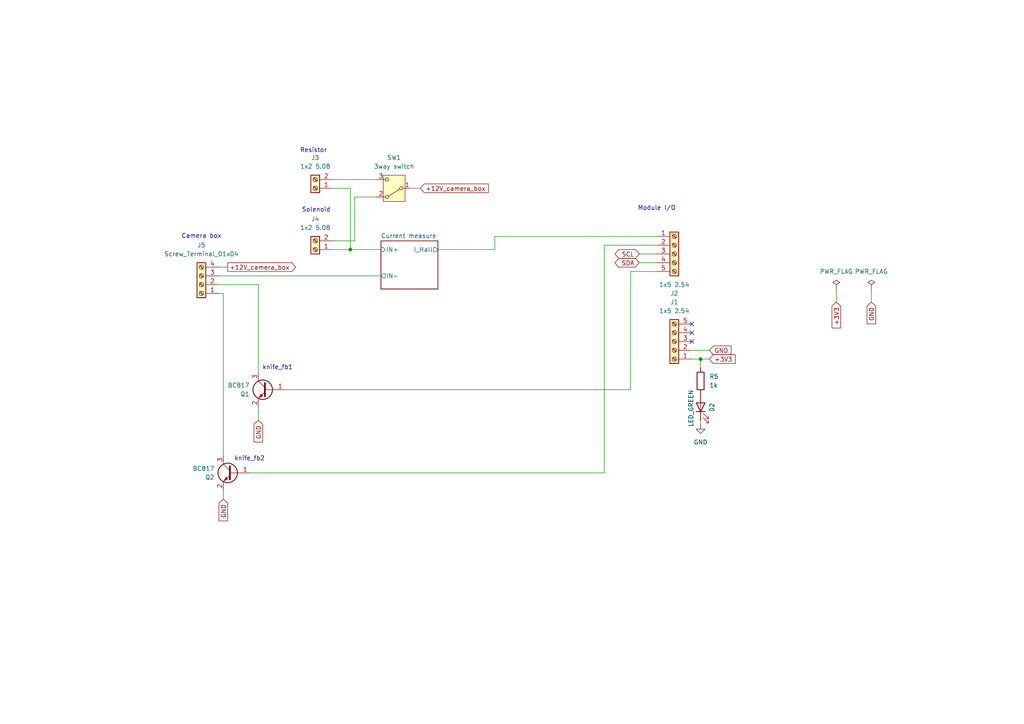
<source format=kicad_sch>
(kicad_sch (version 20250114) (generator "eeschema") (generator_version "9.0")
  (paper "A4")
  (lib_symbols
    (symbol "Connector:Screw_Terminal_01x02" (pin_names (offset 1.016) (hide yes))
      (property "Reference" "J" (at 0 2.54 0))
      (property "Value" "Screw_Terminal_01x02" (at 0 -5.08 0))
      (symbol "Screw_Terminal_01x02_1_1"
        (rectangle (start -1.27 1.27) (end 1.27 -3.81) (stroke (width 0.254)) (fill (type background)))
        (polyline (pts (xy -0.5334 0.3302) (xy 0.3302 -0.508)) (stroke (width 0.1524)))
        (polyline (pts (xy -0.5334 -2.2098) (xy 0.3302 -3.048)) (stroke (width 0.1524)))
        (polyline (pts (xy -0.3556 0.508) (xy 0.508 -0.3302)) (stroke (width 0.1524)))
        (polyline (pts (xy -0.3556 -2.032) (xy 0.508 -2.8702)) (stroke (width 0.1524)))
        (circle (center 0 0) (radius 0.635) (stroke (width 0.1524)))
        (circle (center 0 -2.54) (radius 0.635) (stroke (width 0.1524)))
        (pin passive line (at -5.08 0 0) (length 3.81) (name "Pin_1") (number "1"))
        (pin passive line (at -5.08 -2.54 0) (length 3.81) (name "Pin_2") (number "2"))
      )
    )
    (symbol "Connector:Screw_Terminal_01x04" (pin_names (offset 1.016) (hide yes))
      (property "Reference" "J" (at 0 5.08 0))
      (property "Value" "Screw_Terminal_01x04" (at 0 -7.62 0))
      (symbol "Screw_Terminal_01x04_1_1"
        (rectangle (start -1.27 3.81) (end 1.27 -6.35) (stroke (width 0.254)) (fill (type background)))
        (polyline (pts (xy -0.5334 2.8702) (xy 0.3302 2.032)) (stroke (width 0.1524)))
        (polyline (pts (xy -0.5334 0.3302) (xy 0.3302 -0.508)) (stroke (width 0.1524)))
        (polyline (pts (xy -0.5334 -2.2098) (xy 0.3302 -3.048)) (stroke (width 0.1524)))
        (polyline (pts (xy -0.5334 -4.7498) (xy 0.3302 -5.588)) (stroke (width 0.1524)))
        (polyline (pts (xy -0.3556 3.048) (xy 0.508 2.2098)) (stroke (width 0.1524)))
        (polyline (pts (xy -0.3556 0.508) (xy 0.508 -0.3302)) (stroke (width 0.1524)))
        (polyline (pts (xy -0.3556 -2.032) (xy 0.508 -2.8702)) (stroke (width 0.1524)))
        (polyline (pts (xy -0.3556 -4.572) (xy 0.508 -5.4102)) (stroke (width 0.1524)))
        (circle (center 0 2.54) (radius 0.635) (stroke (width 0.1524)))
        (circle (center 0 0) (radius 0.635) (stroke (width 0.1524)))
        (circle (center 0 -2.54) (radius 0.635) (stroke (width 0.1524)))
        (circle (center 0 -5.08) (radius 0.635) (stroke (width 0.1524)))
        (pin passive line (at -5.08 2.54 0) (length 3.81) (name "Pin_1") (number "1"))
        (pin passive line (at -5.08 0 0) (length 3.81) (name "Pin_2") (number "2"))
        (pin passive line (at -5.08 -2.54 0) (length 3.81) (name "Pin_3") (number "3"))
        (pin passive line (at -5.08 -5.08 0) (length 3.81) (name "Pin_4") (number "4"))
      )
    )
    (symbol "Connector:Screw_Terminal_01x05" (pin_names (offset 1.016) (hide yes))
      (property "Reference" "J" (at 0 7.62 0))
      (property "Value" "Screw_Terminal_01x05" (at 0 -7.62 0))
      (symbol "Screw_Terminal_01x05_1_1"
        (rectangle (start -1.27 6.35) (end 1.27 -6.35) (stroke (width 0.254)) (fill (type background)))
        (polyline (pts (xy -0.5334 5.4102) (xy 0.3302 4.572)) (stroke (width 0.1524)))
        (polyline (pts (xy -0.5334 2.8702) (xy 0.3302 2.032)) (stroke (width 0.1524)))
        (polyline (pts (xy -0.5334 0.3302) (xy 0.3302 -0.508)) (stroke (width 0.1524)))
        (polyline (pts (xy -0.5334 -2.2098) (xy 0.3302 -3.048)) (stroke (width 0.1524)))
        (polyline (pts (xy -0.5334 -4.7498) (xy 0.3302 -5.588)) (stroke (width 0.1524)))
        (polyline (pts (xy -0.3556 5.588) (xy 0.508 4.7498)) (stroke (width 0.1524)))
        (polyline (pts (xy -0.3556 3.048) (xy 0.508 2.2098)) (stroke (width 0.1524)))
        (polyline (pts (xy -0.3556 0.508) (xy 0.508 -0.3302)) (stroke (width 0.1524)))
        (polyline (pts (xy -0.3556 -2.032) (xy 0.508 -2.8702)) (stroke (width 0.1524)))
        (polyline (pts (xy -0.3556 -4.572) (xy 0.508 -5.4102)) (stroke (width 0.1524)))
        (circle (center 0 5.08) (radius 0.635) (stroke (width 0.1524)))
        (circle (center 0 2.54) (radius 0.635) (stroke (width 0.1524)))
        (circle (center 0 0) (radius 0.635) (stroke (width 0.1524)))
        (circle (center 0 -2.54) (radius 0.635) (stroke (width 0.1524)))
        (circle (center 0 -5.08) (radius 0.635) (stroke (width 0.1524)))
        (pin passive line (at -5.08 5.08 0) (length 3.81) (name "Pin_1") (number "1"))
        (pin passive line (at -5.08 2.54 0) (length 3.81) (name "Pin_2") (number "2"))
        (pin passive line (at -5.08 0 0) (length 3.81) (name "Pin_3") (number "3"))
        (pin passive line (at -5.08 -2.54 0) (length 3.81) (name "Pin_4") (number "4"))
        (pin passive line (at -5.08 -5.08 0) (length 3.81) (name "Pin_5") (number "5"))
      )
    )
    (symbol "Device:LED" (pin_numbers (hide yes)) (pin_names (offset 1.016) (hide yes))
      (property "Reference" "D" (at 0 2.54 0))
      (property "Value" "LED" (at 0 -2.54 0))
      (symbol "LED_0_1"
        (polyline (pts (xy -3.048 -0.762) (xy -4.572 -2.286) (xy -3.81 -2.286) (xy -4.572 -2.286) (xy -4.572 -1.524)))
        (polyline (pts (xy -1.778 -0.762) (xy -3.302 -2.286) (xy -2.54 -2.286) (xy -3.302 -2.286) (xy -3.302 -1.524)))
        (polyline (pts (xy -1.27 0) (xy 1.27 0)))
        (polyline (pts (xy -1.27 -1.27) (xy -1.27 1.27)) (stroke (width 0.254)))
        (polyline (pts (xy 1.27 -1.27) (xy 1.27 1.27) (xy -1.27 0) (xy 1.27 -1.27)) (stroke (width 0.254)))
      )
      (symbol "LED_1_1"
        (pin passive line (at -3.81 0 0) (length 2.54) (name "K") (number "1"))
        (pin passive line (at 3.81 0 180) (length 2.54) (name "A") (number "2"))
      )
    )
    (symbol "Device:R" (pin_numbers (hide yes)) (pin_names (offset 0))
      (property "Reference" "R" (at 2.032 0 90))
      (property "Value" "R" (at 0 0 90))
      (symbol "R_0_1"
        (rectangle (start -1.016 -2.54) (end 1.016 2.54) (stroke (width 0.254)))
      )
      (symbol "R_1_1"
        (pin passive line (at 0 3.81 270) (length 1.27) (name "~") (number "1"))
        (pin passive line (at 0 -3.81 90) (length 1.27) (name "~") (number "2"))
      )
    )
    (symbol "Switch:SW_SPDT" (pin_names (offset 0) (hide yes))
      (property "Reference" "SW1" (at 0 -8.89 0))
      (property "Value" "3way switch" (at 0 -6.35 0))
      (symbol "SW_SPDT_0_1"
        (circle (center -2.032 0) (radius 0.4572))
        (polyline (pts (xy -1.651 0.254) (xy 1.651 2.286)))
        (circle (center 2.032 2.54) (radius 0.4572))
        (circle (center 2.032 -2.54) (radius 0.4572))
      )
      (symbol "SW_SPDT_1_1"
        (rectangle (start -3.175 3.81) (end 3.175 -3.81) (fill (type background)))
        (pin passive line (at -5.08 0 0) (length 2.54) (name "B") (number "1"))
        (pin passive line (at 5.08 2.54 180) (length 2.54) (name "A") (number "2"))
        (pin passive line (at 5.08 -2.54 180) (length 2.54) (name "C") (number "3"))
      )
    )
    (symbol "Transistor_BJT:BC817" (pin_names (offset 0) (hide yes))
      (property "Reference" "Q" (at 5.08 1.905 0))
      (property "Value" "BC817" (at 5.08 0 0))
      (symbol "BC817_0_1"
        (polyline (pts (xy -2.54 0) (xy 0.635 0)))
        (polyline (pts (xy 0.635 1.905) (xy 0.635 -1.905)) (stroke (width 0.508)))
        (circle (center 1.27 0) (radius 2.8194) (stroke (width 0.254)))
      )
      (symbol "BC817_1_1"
        (polyline (pts (xy 0.635 0.635) (xy 2.54 2.54)))
        (polyline (pts (xy 0.635 -0.635) (xy 2.54 -2.54)))
        (polyline (pts (xy 1.27 -1.778) (xy 1.778 -1.27) (xy 2.286 -2.286) (xy 1.27 -1.778)) (fill (type outline)))
        (pin input line (at -5.08 0 0) (length 2.54) (name "B") (number "1"))
        (pin passive line (at 2.54 5.08 270) (length 2.54) (name "C") (number "3"))
        (pin passive line (at 2.54 -5.08 90) (length 2.54) (name "E") (number "2"))
      )
    )
    (symbol "power:GND" (power) (pin_numbers (hide yes)) (pin_names (offset 0) (hide yes))
      (property "Value" "GND" (at 0 -3.81 0))
      (symbol "GND_0_1"
        (polyline (pts (xy 0 0) (xy 0 -1.27) (xy 1.27 -1.27) (xy 0 -2.54) (xy -1.27 -1.27) (xy 0 -1.27)))
      )
      (symbol "GND_1_1"
        (pin power_in line (at 0 0 270) (length 0) (name "~") (number "1"))
      )
    )
    (symbol "power:PWR_FLAG" (power) (pin_numbers (hide yes)) (pin_names (offset 0) (hide yes))
      (property "Value" "PWR_FLAG" (at 0 3.81 0))
      (symbol "PWR_FLAG_0_0"
        (pin power_out line (at 0 0 90) (length 0) (name "~") (number "1"))
      )
      (symbol "PWR_FLAG_0_1"
        (polyline (pts (xy 0 0) (xy 0 1.27) (xy -1.016 1.905) (xy 0 2.54) (xy 1.016 1.905) (xy 0 1.27)))
      )
    )
  )
  (text "Solenoid" (at 91.694 60.96 0) (effects (font (size 1.27 1.27))))
  (text "knife_fb1" (at 80.518 106.68 0) (effects (font (size 1.27 1.27))))
  (text "knife_fb2" (at 72.39 133.096 0) (effects (font (size 1.27 1.27))))
  (text "Module I/O" (at 190.5 60.452 0) (effects (font (size 1.27 1.27))))
  (text "Resistor" (at 90.932 43.688 0) (effects (font (size 1.27 1.27))))
  (text "Camera box" (at 58.42 68.58 0) (effects (font (size 1.27 1.27))))
  (junction (at 203.2 104.14))
  (junction (at 101.6 72.39))
  (no_connect (at 200.66 93.98))
  (no_connect (at 200.66 99.06))
  (no_connect (at 200.66 96.52))
  (wire (pts (xy 119.38 54.61) (xy 121.92 54.61)))
  (wire (pts (xy 63.5 80.01) (xy 110.49 80.01)))
  (wire (pts (xy 182.88 113.03) (xy 182.88 78.74)))
  (wire (pts (xy 200.66 104.14) (xy 203.2 104.14)))
  (wire (pts (xy 203.2 121.92) (xy 203.2 123.19)))
  (wire (pts (xy 72.39 137.16) (xy 175.26 137.16)))
  (wire (pts (xy 82.55 113.03) (xy 182.88 113.03)))
  (wire (pts (xy 96.52 72.39) (xy 101.6 72.39)))
  (wire (pts (xy 96.52 54.61) (xy 101.6 54.61)))
  (wire (pts (xy 74.93 118.11) (xy 74.93 121.92)))
  (wire (pts (xy 64.77 142.24) (xy 64.77 144.78)))
  (wire (pts (xy 102.87 69.85) (xy 96.52 69.85)))
  (wire (pts (xy 252.73 83.82) (xy 252.73 87.63)))
  (wire (pts (xy 64.77 132.08) (xy 64.77 85.09)))
  (wire (pts (xy 182.88 78.74) (xy 190.5 78.74)))
  (wire (pts (xy 190.5 76.2) (xy 185.42 76.2)))
  (wire (pts (xy 74.93 107.95) (xy 74.93 82.55)))
  (wire (pts (xy 190.5 73.66) (xy 185.42 73.66)))
  (wire (pts (xy 63.5 77.47) (xy 66.04 77.47)))
  (wire (pts (xy 203.2 104.14) (xy 203.2 106.68)))
  (wire (pts (xy 127 72.39) (xy 143.51 72.39)))
  (wire (pts (xy 242.57 83.82) (xy 242.57 87.63)))
  (wire (pts (xy 175.26 71.12) (xy 190.5 71.12)))
  (wire (pts (xy 200.66 101.6) (xy 205.74 101.6)))
  (wire (pts (xy 203.2 104.14) (xy 205.74 104.14)))
  (wire (pts (xy 64.77 85.09) (xy 63.5 85.09)))
  (wire (pts (xy 74.93 82.55) (xy 63.5 82.55)))
  (wire (pts (xy 143.51 68.58) (xy 143.51 72.39)))
  (wire (pts (xy 175.26 137.16) (xy 175.26 71.12)))
  (wire (pts (xy 101.6 72.39) (xy 110.49 72.39)))
  (wire (pts (xy 102.87 57.15) (xy 102.87 69.85)))
  (wire (pts (xy 109.22 57.15) (xy 102.87 57.15)))
  (wire (pts (xy 190.5 68.58) (xy 143.51 68.58)))
  (wire (pts (xy 96.52 52.07) (xy 109.22 52.07)))
  (wire (pts (xy 101.6 54.61) (xy 101.6 72.39)))
  (global_label "GND" (shape input) (at 74.93 121.92 270) (property "Intersheetrefs" "${INTERSHEET_REFS}" (effects (hide yes))))
  (global_label "+12V_camera_box" (shape output) (at 66.04 77.47 0) (property "Intersheetrefs" "${INTERSHEET_REFS}" (effects (hide yes))))
  (global_label "GND" (shape input) (at 64.77 144.78 270) (property "Intersheetrefs" "${INTERSHEET_REFS}" (effects (hide yes))))
  (global_label "+3V3" (shape input) (at 242.57 87.63 270) (property "Intersheetrefs" "${INTERSHEET_REFS}" (effects (hide yes))))
  (global_label "GND" (shape input) (at 252.73 87.63 270) (property "Intersheetrefs" "${INTERSHEET_REFS}" (effects (hide yes))))
  (global_label "GND" (shape input) (at 205.74 101.6 0) (property "Intersheetrefs" "${INTERSHEET_REFS}" (effects (hide yes))))
  (global_label "+3V3" (shape input) (at 205.74 104.14 0) (property "Intersheetrefs" "${INTERSHEET_REFS}" (effects (hide yes))))
  (global_label "SDA" (shape bidirectional) (at 185.42 76.2 180) (property "Intersheetrefs" "${INTERSHEET_REFS}" (effects (hide yes))))
  (global_label "+12V_camera_box" (shape input) (at 121.92 54.61 0) (property "Intersheetrefs" "${INTERSHEET_REFS}" (effects (hide yes))))
  (global_label "SCL" (shape bidirectional) (at 185.42 73.66 180) (property "Intersheetrefs" "${INTERSHEET_REFS}" (effects (hide yes))))
  (symbol (lib_id "Device:LED") (at 203.2 118.11 90) (unit 1)
    (property "Reference" "D2" (at 206.502 116.84 0) (effects (justify right)))
    (property "Value" "LED_GREEN" (at 200.406 113.03 0) (effects (justify right)))
    (property "Footprint" "LED_SMD:LED_0805_2012Metric_Pad1.15x1.40mm_HandSolder" (effects (hide yes)))
    (property "Description" "ULM" (effects (hide yes)))
    (property "Manufacturer Part Number" "APTD2012LCGCK " (effects (hide yes)))
    (property "Mouser number" "604-APTD2012LCGCK " (effects (hide yes)))
    (property "Ullmanna Part Number" "BMCLED102 " (effects (hide yes)))
    (property "Mouser Part Number" "604-APTD2012LCGCK " (effects (hide yes)))
  )
  (symbol (lib_id "power:PWR_FLAG") (at 252.73 83.82 0) (unit 1)
    (property "Reference" "#FLG02" (effects (hide yes)))
    (property "Value" "PWR_FLAG" (at 252.73 78.74 0))
    (property "Description" "Special symbol for telling ERC where power comes from" (effects (hide yes)))
  )
  (symbol (lib_id "Switch:SW_SPDT") (at 114.3 54.61 180) (unit 1)
    (property "Reference" "SW1" (at 114.3 45.72 0))
    (property "Value" "3way switch" (at 114.3 48.26 0))
    (property "Footprint" "Button_Switch_THT:SW_Slide-03_Wuerth-WS-SLTV_10x2.5x6.4_P2.54mm" (effects (hide yes)))
    (property "Description" "Switch, single pole double throw" (effects (hide yes)))
    (property "Manufacturer Part Number" "200AWMSP3T2A1M2QE " (effects (hide yes)))
    (property "Mouser Part Number" "612-200AWMSP3T2A1M2Q " (effects (hide yes)))
  )
  (symbol (lib_id "Connector:Screw_Terminal_01x04") (at 58.42 82.55 180) (unit 1)
    (property "Reference" "J5" (at 58.42 71.12 0))
    (property "Value" "Screw_Terminal_01x04" (at 58.42 73.66 0))
    (property "Description" "Generic screw terminal, single row, 01x04, script generated (kicad-library-utils/schlib/autogen/connector/)" (effects (hide yes)))
  )
  (symbol (lib_id "Device:R") (at 203.2 110.49 0) (unit 1)
    (property "Reference" "R5" (at 205.74 109.2199 0) (effects (justify left)))
    (property "Value" "1k" (at 205.74 111.7599 0) (effects (justify left)))
    (property "Footprint" "Resistor_SMD:R_0603_1608Metric_Pad0.98x0.95mm_HandSolder" (effects (hide yes)))
    (property "Description" "ULM" (effects (hide yes)))
    (property "Manufacturer Part Number" "RC0603FR-071KL" (effects (hide yes)))
    (property "Mouser number" "603-RC0603FR-071KL" (effects (hide yes)))
    (property "Ullmanna Part Number" "BMCR0176" (effects (hide yes)))
    (property "Mouser Part Number" "603-RC0603FR-071KL " (effects (hide yes)))
  )
  (symbol (lib_id "Connector:Screw_Terminal_01x05") (at 195.58 73.66 0) (unit 1)
    (property "Reference" "J2" (at 195.58 85.09 0))
    (property "Value" "1x5 2.54" (at 195.58 82.55 0))
    (property "Footprint" "Connector_PinHeader_2.54mm:PinHeader_1x05_P2.54mm_Vertical" (effects (hide yes)))
    (property "Description" "Generic screw terminal, single row, 01x05, script generated (kicad-library-utils/schlib/autogen/connector/)" (effects (hide yes)))
    (property "Manufacturer Part Number" "68000-420HLF" (effects (hide yes)))
    (property "Mouser Part Number" "649-68000-420HLF" (effects (hide yes)))
  )
  (symbol (lib_id "Transistor_BJT:BC817") (at 67.31 137.16 0) (mirror y) (unit 1)
    (property "Reference" "Q2" (at 62.23 138.4301 0) (effects (justify left)))
    (property "Value" "BC817" (at 62.23 135.8901 0) (effects (justify left)))
    (property "Footprint" "Package_TO_SOT_SMD:SOT-23" (effects (hide yes)))
    (property "Datasheet" "https://www.onsemi.com/pub/Collateral/BC818-D.pdf" (effects (hide yes)))
    (property "Description" "0.8A Ic, 45V Vce, NPN Transistor, SOT-23" (effects (hide yes)))
    (property "Manufacturer Part Number" "BC817 " (effects (hide yes)))
    (property "Mouser Part Number" "583-BC817 " (effects (hide yes)))
  )
  (symbol (lib_id "Transistor_BJT:BC817") (at 77.47 113.03 0) (mirror y) (unit 1)
    (property "Reference" "Q1" (at 72.39 114.3001 0) (effects (justify left)))
    (property "Value" "BC817" (at 72.39 111.7601 0) (effects (justify left)))
    (property "Footprint" "Package_TO_SOT_SMD:SOT-23" (effects (hide yes)))
    (property "Datasheet" "https://www.onsemi.com/pub/Collateral/BC818-D.pdf" (effects (hide yes)))
    (property "Description" "0.8A Ic, 45V Vce, NPN Transistor, SOT-23" (effects (hide yes)))
    (property "Manufacturer Part Number" "BC817 " (effects (hide yes)))
    (property "Mouser Part Number" "583-BC817 " (effects (hide yes)))
  )
  (symbol (lib_id "Connector:Screw_Terminal_01x02") (at 91.44 54.61 180) (unit 1)
    (property "Reference" "J3" (at 91.44 45.72 0))
    (property "Value" "1x2 5.08" (at 91.44 48.26 0))
    (property "Footprint" "TerminalBlock_MetzConnect:TerminalBlock_MetzConnect_Type101_RT01602HBWC_1x02_P5.08mm_Horizontal" (effects (hide yes)))
    (property "Description" "Generic screw terminal, single row, 01x02, script generated (kicad-library-utils/schlib/autogen/connector/)" (effects (hide yes)))
    (property "Manufacturer Part Number" "TB0012-508-02GR" (effects (hide yes)))
    (property "Mouser Part Number" "179-TB0012-508-02GR" (effects (hide yes)))
  )
  (symbol (lib_id "power:PWR_FLAG") (at 242.57 83.82 0) (unit 1)
    (property "Reference" "#FLG01" (effects (hide yes)))
    (property "Value" "PWR_FLAG" (at 242.57 78.74 0))
    (property "Description" "Special symbol for telling ERC where power comes from" (effects (hide yes)))
  )
  (symbol (lib_id "Connector:Screw_Terminal_01x02") (at 91.44 72.39 180) (unit 1)
    (property "Reference" "J4" (at 91.44 63.5 0))
    (property "Value" "1x2 5.08" (at 91.44 66.04 0))
    (property "Footprint" "TerminalBlock_MetzConnect:TerminalBlock_MetzConnect_Type101_RT01602HBWC_1x02_P5.08mm_Horizontal" (effects (hide yes)))
    (property "Description" "Generic screw terminal, single row, 01x02, script generated (kicad-library-utils/schlib/autogen/connector/)" (effects (hide yes)))
    (property "Manufacturer Part Number" "TB0012-508-02GR" (effects (hide yes)))
    (property "Mouser Part Number" "179-TB0012-508-02GR" (effects (hide yes)))
  )
  (symbol (lib_id "Connector:Screw_Terminal_01x05") (at 195.58 99.06 180) (unit 1)
    (property "Reference" "J1" (at 195.58 87.63 0))
    (property "Value" "1x5 2.54" (at 195.58 90.17 0))
    (property "Footprint" "Connector_PinHeader_2.54mm:PinHeader_1x05_P2.54mm_Vertical" (effects (hide yes)))
    (property "Description" "Generic screw terminal, single row, 01x05, script generated (kicad-library-utils/schlib/autogen/connector/)" (effects (hide yes)))
    (property "Manufacturer Part Number" "68000-420HLF" (effects (hide yes)))
    (property "Mouser Part Number" "649-68000-420HLF" (effects (hide yes)))
  )
  (symbol (lib_id "power:GND") (at 203.2 123.19 0) (unit 1)
    (property "Reference" "#PWR015" (effects (hide yes)))
    (property "Value" "GND" (at 203.2 128.27 0))
    (property "Description" "Power symbol creates a global label with name \"GND\" , ground" (effects (hide yes)))
  )
  (sheet (at 110.49 69.85) (size 16.51 13.97) (stroke (width 0.1524))
    (property "Sheetname" "Current measure" (at 110.49 69.1384 0) (effects (justify left bottom)))
    (property "Sheetfile" "current_meas.kicad_sch" (effects (hide yes)))
    (pin "IN+" input (at 110.49 72.39 180))
    (pin "IN-" output (at 110.49 80.01 180))
    (pin "I_Hall" output (at 127 72.39 0))
  )
)
</source>
